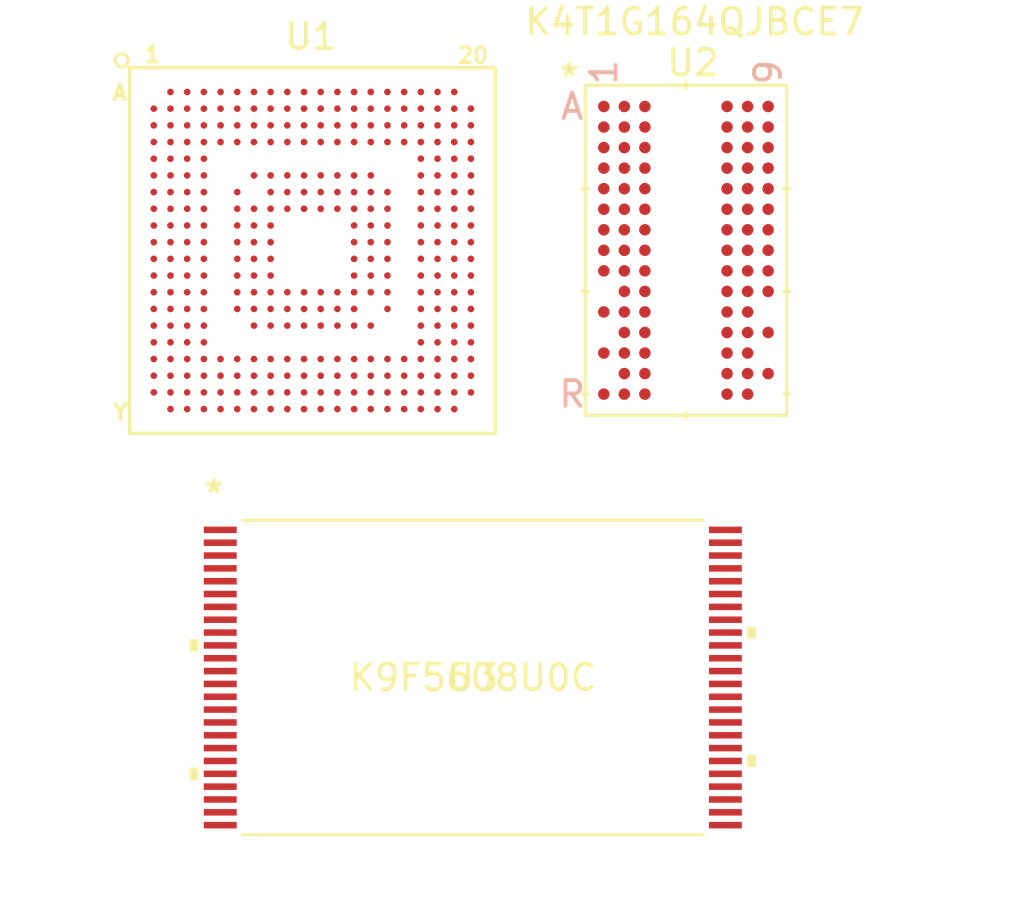
<source format=kicad_pcb>
(kicad_pcb (version 20211014) (generator pcbnew)
  (layers (0 "F.Cu" signal) (31 "B.Cu" signal) (34 "B.Paste" user) (35 "F.Paste" user) (36 "B.SilkS" user "B.Silkscreen") (37 "F.SilkS" user "F.Silkscreen") (38 "B.Mask" user) (39 "F.Mask" user) (44 "Edge.Cuts" user))
  (net 0 "")
  (footprint "jlywxy:K4T1G164QF-BCE7" (layer "F.Cu") (at 38.426136 24.045672)
    (fp_text reference "U2" (at 0.27 -7.3) (layer "F.SilkS"))
    (fp_text value "K4T1G164QJBCE7" (at 0.33 -8.9) (layer "F.SilkS"))
    (fp_text user "9" (at 3.2 -6.9342 90) (layer "B.SilkS"))
    (fp_text user "R" (at -4.4323 5.6007) (layer "B.SilkS"))
    (fp_text user "A" (at -4.4323 -5.6007) (layer "B.SilkS"))
    (fp_text user "1" (at -3.2 -6.9342 90) (layer "B.SilkS"))
    (fp_text user "A" (at -4.4323 -5.6007) (layer "F.SilkS"))
    (fp_text user "9" (at 3.2 -6.9342 90) (layer "F.SilkS"))
    (fp_text user "*" (at -4.55 -6.73) (layer "F.SilkS"))
    (fp_text user "1" (at -3.2 -6.9342 90) (layer "F.SilkS"))
    (fp_text user "R" (at -4.4323 5.6007) (layer "F.SilkS"))
    (fp_line (start 3.9243 -6.4262) (end -3.9243 -6.4262) (layer "F.SilkS") (width 0.12))
    (fp_line (start 3.9243 6.4262) (end 3.9243 -6.4262) (layer "F.SilkS") (width 0.12))
    (fp_line (start 0 -6.2992) (end 0 -6.5532) (layer "F.SilkS") (width 0.12))
    (fp_line (start -3.7973 1.6002) (end -4.0513 1.6002) (layer "F.SilkS") (width 0.12))
    (fp_line (start -3.9243 6.4262) (end 3.9243 6.4262) (layer "F.SilkS") (width 0.12))
    (fp_line (start -3.7973 -2.4003) (end -4.0513 -2.4003) (layer "F.SilkS") (width 0.12))
    (fp_line (start 3.7973 1.6002) (end 4.0513 1.6002) (layer "F.SilkS") (width 0.12))
    (fp_line (start 3.7973 5.6007) (end 4.0513 5.6007) (layer "F.SilkS") (width 0.12))
    (fp_line (start -3.9243 -6.4262) (end -3.9243 6.4262) (layer "F.SilkS") (width 0.12))
    (fp_line (start 0 6.2992) (end 0 6.5532) (layer "F.SilkS") (width 0.12))
    (fp_line (start 3.7973 -2.4003) (end 4.0513 -2.4003) (layer "F.SilkS") (width 0.12))
    (fp_line (start -3.7973 5.6007) (end -4.0513 5.6007) (layer "F.SilkS") (width 0.12))
    (pad "A1" smd circle (at -3.2 -5.6007) (size 0.45 0.45) (layers "F.Cu" "F.Paste" "F.Mask"))
    (pad "A2" smd circle (at -2.4 -5.6007) (size 0.45 0.45) (layers "F.Cu" "F.Paste" "F.Mask"))
    (pad "A3" smd circle (at -1.6 -5.6007) (size 0.45 0.45) (layers "F.Cu" "F.Paste" "F.Mask"))
    (pad "A7" smd circle (at 1.6 -5.6007) (size 0.45 0.45) (layers "F.Cu" "F.Paste" "F.Mask"))
    (pad "A8" smd circle (at 2.4 -5.6007) (size 0.45 0.45) (layers "F.Cu" "F.Paste" "F.Mask"))
    (pad "A9" smd circle (at 3.2 -5.6007) (size 0.45 0.45) (layers "F.Cu" "F.Paste" "F.Mask"))
    (pad "B1" smd circle (at -3.2 -4.8006) (size 0.45 0.45) (layers "F.Cu" "F.Paste" "F.Mask"))
    (pad "B2" smd circle (at -2.4 -4.8006) (size 0.45 0.45) (layers "F.Cu" "F.Paste" "F.Mask"))
    (pad "B3" smd circle (at -1.6 -4.8006) (size 0.45 0.45) (layers "F.Cu" "F.Paste" "F.Mask"))
    (pad "B7" smd circle (at 1.6 -4.8006) (size 0.45 0.45) (layers "F.Cu" "F.Paste" "F.Mask"))
    (pad "B8" smd circle (at 2.4 -4.8006) (size 0.45 0.45) (layers "F.Cu" "F.Paste" "F.Mask"))
    (pad "B9" smd circle (at 3.2 -4.8006) (size 0.45 0.45) (layers "F.Cu" "F.Paste" "F.Mask"))
    (pad "C1" smd circle (at -3.2 -4.0005) (size 0.45 0.45) (layers "F.Cu" "F.Paste" "F.Mask"))
    (pad "C2" smd circle (at -2.4 -4.0005) (size 0.45 0.45) (layers "F.Cu" "F.Paste" "F.Mask"))
    (pad "C3" smd circle (at -1.6 -4.0005) (size 0.45 0.45) (layers "F.Cu" "F.Paste" "F.Mask"))
    (pad "C7" smd circle (at 1.6 -4.0005) (size 0.45 0.45) (layers "F.Cu" "F.Paste" "F.Mask"))
    (pad "C8" smd circle (at 2.4 -4.0005) (size 0.45 0.45) (layers "F.Cu" "F.Paste" "F.Mask"))
    (pad "C9" smd circle (at 3.2 -4.0005) (size 0.45 0.45) (layers "F.Cu" "F.Paste" "F.Mask"))
    (pad "D1" smd circle (at -3.2 -3.2004) (size 0.45 0.45) (layers "F.Cu" "F.Paste" "F.Mask"))
    (pad "D2" smd circle (at -2.4 -3.2004) (size 0.45 0.45) (layers "F.Cu" "F.Paste" "F.Mask"))
    (pad "D3" smd circle (at -1.6 -3.2004) (size 0.45 0.45) (layers "F.Cu" "F.Paste" "F.Mask"))
    (pad "D7" smd circle (at 1.6 -3.2004) (size 0.45 0.45) (layers "F.Cu" "F.Paste" "F.Mask"))
    (pad "D8" smd circle (at 2.4 -3.2004) (size 0.45 0.45) (layers "F.Cu" "F.Paste" "F.Mask"))
    (pad "D9" smd circle (at 3.2 -3.2004) (size 0.45 0.45) (layers "F.Cu" "F.Paste" "F.Mask"))
    (pad "E1" smd circle (at -3.2 -2.4003) (size 0.45 0.45) (layers "F.Cu" "F.Paste" "F.Mask"))
    (pad "E2" smd circle (at -2.4 -2.4003) (size 0.45 0.45) (layers "F.Cu" "F.Paste" "F.Mask"))
    (pad "E3" smd circle (at -1.6 -2.4003) (size 0.45 0.45) (layers "F.Cu" "F.Paste" "F.Mask"))
    (pad "E7" smd circle (at 1.6 -2.4003) (size 0.45 0.45) (layers "F.Cu" "F.Paste" "F.Mask"))
    (pad "E8" smd circle (at 2.4 -2.4003) (size 0.45 0.45) (layers "F.Cu" "F.Paste" "F.Mask"))
    (pad "E9" smd circle (at 3.2 -2.4003) (size 0.45 0.45) (layers "F.Cu" "F.Paste" "F.Mask"))
    (pad "F1" smd circle (at -3.2 -1.6002) (size 0.45 0.45) (layers "F.Cu" "F.Paste" "F.Mask"))
    (pad "F2" smd circle (at -2.4 -1.6002) (size 0.45 0.45) (layers "F.Cu" "F.Paste" "F.Mask"))
    (pad "F3" smd circle (at -1.6 -1.6002) (size 0.45 0.45) (layers "F.Cu" "F.Paste" "F.Mask"))
    (pad "F7" smd circle (at 1.6 -1.6002) (size 0.45 0.45) (layers "F.Cu" "F.Paste" "F.Mask"))
    (pad "F8" smd circle (at 2.4 -1.6002) (size 0.45 0.45) (layers "F.Cu" "F.Paste" "F.Mask"))
    (pad "F9" smd circle (at 3.2 -1.6002) (size 0.45 0.45) (layers "F.Cu" "F.Paste" "F.Mask"))
    (pad "G1" smd circle (at -3.2 -0.8001) (size 0.45 0.45) (layers "F.Cu" "F.Paste" "F.Mask"))
    (pad "G2" smd circle (at -2.4 -0.8001) (size 0.45 0.45) (layers "F.Cu" "F.Paste" "F.Mask"))
    (pad "G3" smd circle (at -1.6 -0.8001) (size 0.45 0.45) (layers "F.Cu" "F.Paste" "F.Mask"))
    (pad "G7" smd circle (at 1.6 -0.8001) (size 0.45 0.45) (layers "F.Cu" "F.Paste" "F.Mask"))
    (pad "G8" smd circle (at 2.4 -0.8001) (size 0.45 0.45) (layers "F.Cu" "F.Paste" "F.Mask"))
    (pad "G9" smd circle (at 3.2 -0.8001) (size 0.45 0.45) (layers "F.Cu" "F.Paste" "F.Mask"))
    (pad "H1" smd circle (at -3.2 0) (size 0.45 0.45) (layers "F.Cu" "F.Paste" "F.Mask"))
    (pad "H2" smd circle (at -2.4 0) (size 0.45 0.45) (layers "F.Cu" "F.Paste" "F.Mask"))
    (pad "H3" smd circle (at -1.6 0) (size 0.45 0.45) (layers "F.Cu" "F.Paste" "F.Mask"))
    (pad "H7" smd circle (at 1.6 0) (size 0.45 0.45) (layers "F.Cu" "F.Paste" "F.Mask"))
    (pad "H8" smd circle (at 2.4 0) (size 0.45 0.45) (layers "F.Cu" "F.Paste" "F.Mask"))
    (pad "H9" smd circle (at 3.2 0) (size 0.45 0.45) (layers "F.Cu" "F.Paste" "F.Mask"))
    (pad "J1" smd circle (at -3.2 0.8001) (size 0.45 0.45) (layers "F.Cu" "F.Paste" "F.Mask"))
    (pad "J2" smd circle (at -2.4 0.8001) (size 0.45 0.45) (layers "F.Cu" "F.Paste" "F.Mask"))
    (pad "J3" smd circle (at -1.6 0.8001) (size 0.45 0.45) (layers "F.Cu" "F.Paste" "F.Mask"))
    (pad "J7" smd circle (at 1.6 0.8001) (size 0.45 0.45) (layers "F.Cu" "F.Paste" "F.Mask"))
    (pad "J8" smd circle (at 2.4 0.8001) (size 0.45 0.45) (layers "F.Cu" "F.Paste" "F.Mask"))
    (pad "J9" smd circle (at 3.2 0.8001) (size 0.45 0.45) (layers "F.Cu" "F.Paste" "F.Mask"))
    (pad "K2" smd circle (at -2.4 1.6002) (size 0.45 0.45) (layers "F.Cu" "F.Paste" "F.Mask"))
    (pad "K3" smd circle (at -1.6 1.6002) (size 0.45 0.45) (layers "F.Cu" "F.Paste" "F.Mask"))
    (pad "K7" smd circle (at 1.6 1.6002) (size 0.45 0.45) (layers "F.Cu" "F.Paste" "F.Mask"))
    (pad "K8" smd circle (at 2.4 1.6002) (size 0.45 0.45) (layers "F.Cu" "F.Paste" "F.Mask"))
    (pad "K9" smd circle (at 3.2 1.6002) (size 0.45 0.45) (layers "F.Cu" "F.Paste" "F.Mask"))
    (pad "L1" smd circle (at -3.2 2.4003) (size 0.45 0.45) (layers "F.Cu" "F.Paste" "F.Mask"))
    (pad "L2" smd circle (at -2.4 2.4003) (size 0.45 0.45) (layers "F.Cu" "F.Paste" "F.Mask"))
    (pad "L3" smd circle (at -1.6 2.4003) (size 0.45 0.45) (layers "F.Cu" "F.Paste" "F.Mask"))
    (pad "L7" smd circle (at 1.6 2.4003) (size 0.45 0.45) (layers "F.Cu" "F.Paste" "F.Mask"))
    (pad "L8" smd circle (at 2.4 2.4003) (size 0.45 0.45) (layers "F.Cu" "F.Paste" "F.Mask"))
    (pad "M2" smd circle (at -2.4 3.2004) (size 0.45 0.45) (layers "F.Cu" "F.Paste" "F.Mask"))
    (pad "M3" smd circle (at -1.6 3.2004) (size 0.45 0.45) (layers "F.Cu" "F.Paste" "F.Mask"))
    (pad "M7" smd circle (at 1.6 3.2004) (size 0.45 0.45) (layers "F.Cu" "F.Paste" "F.Mask"))
    (pad "M8" smd circle (at 2.4 3.2004) (size 0.45 0.45) (layers "F.Cu" "F.Paste" "F.Mask"))
    (pad "M9" smd circle (at 3.2 3.2004) (size 0.45 0.45) (layers "F.Cu" "F.Paste" "F.Mask"))
    (pad "N1" smd circle (at -3.2 4.0005) (size 0.45 0.45) (layers "F.Cu" "F.Paste" "F.Mask"))
    (pad "N2" smd circle (at -2.4 4.0005) (size 0.45 0.45) (layers "F.Cu" "F.Paste" "F.Mask"))
    (pad "N3" smd circle (at -1.6 4.0005) (size 0.45 0.45) (layers "F.Cu" "F.Paste" "F.Mask"))
    (pad "N7" smd circle (at 1.6 4.0005) (size 0.45 0.45) (layers "F.Cu" "F.Paste" "F.Mask"))
    (pad "N8" smd circle (at 2.4 4.0005) (size 0.45 0.45) (layers "F.Cu" "F.Paste" "F.Mask"))
    (pad "P2" smd circle (at -2.4 4.8006) (size 0.45 0.45) (layers "F.Cu" "F.Paste" "F.Mask"))
    (pad "P3" smd circle (at -1.6 4.8006) (size 0.45 0.45) (layers "F.Cu" "F.Paste" "F.Mask"))
    (pad "P7" smd circle (at 1.6 4.8006) (size 0.45 0.45) (layers "F.Cu" "F.Paste" "F.Mask"))
    (pad "P8" smd circle (at 2.4 4.8006) (size 0.45 0.45) (layers "F.Cu" "F.Paste" "F.Mask"))
    (pad "P9" smd circle (at 3.2 4.8006) (size 0.45 0.45) (layers "F.Cu" "F.Paste" "F.Mask"))
    (pad "R1" smd circle (at -3.2 5.6007) (size 0.45 0.45) (layers "F.Cu" "F.Paste" "F.Mask"))
    (pad "R2" smd circle (at -2.4 5.6007) (size 0.45 0.45) (layers "F.Cu" "F.Paste" "F.Mask"))
    (pad "R3" smd circle (at -1.6 5.6007) (size 0.45 0.45) (layers "F.Cu" "F.Paste" "F.Mask"))
    (pad "R7" smd circle (at 1.6 5.6007) (size 0.45 0.45) (layers "F.Cu" "F.Paste" "F.Mask"))
    (pad "R8" smd circle (at 2.4 5.6007) (size 0.45 0.45) (layers "F.Cu" "F.Paste" "F.Mask"))
  )
  (footprint "jlywxy:s3c2416" (layer "F.Cu") (at 23.876 24.0538)
    (fp_text reference "U1" (at -0.06 -8.34 unlocked) (layer "F.SilkS"))
    (fp_text value "s3c2416")
    (fp_text user "20" (at 6.26 -7.6 unlocked) (layer "F.SilkS") (effects (font (size 0.6 0.6) (thickness 0.125))))
    (fp_text user "A" (at -7.5 -6.15 unlocked) (layer "F.SilkS") (effects (font (size 0.6 0.6))))
    (fp_text user "Y" (at -7.48 6.29 unlocked) (layer "F.SilkS") (effects (font (size 0.6 0.6))))
    (fp_text user "1" (at -6.22 -7.63 unlocked) (layer "F.SilkS") (effects (font (size 0.6 0.6))))
    (fp_rect (start -7.12 -7.12) (end 7.12 7.12) (layer "F.SilkS") (width 0.13) (fill none))
    (fp_circle (center -7.42 -7.40368) (end -7.33 -7.64368) (layer "F.SilkS") (width 0.12) (fill none))
    (pad "A2" smd circle (at -5.525 -6.175) (size 0.258 0.258) (layers "F.Cu" "F.Paste" "F.Mask"))
    (pad "A3" smd circle (at -4.875 -6.175) (size 0.258 0.258) (layers "F.Cu" "F.Paste" "F.Mask"))
    (pad "A4" smd circle (at -4.225 -6.175) (size 0.258 0.258) (layers "F.Cu" "F.Paste" "F.Mask"))
    (pad "A5" smd circle (at -3.575 -6.175) (size 0.258 0.258) (layers "F.Cu" "F.Paste" "F.Mask"))
    (pad "A6" smd circle (at -2.925 -6.175) (size 0.258 0.258) (layers "F.Cu" "F.Paste" "F.Mask"))
    (pad "A7" smd circle (at -2.275 -6.175) (size 0.258 0.258) (layers "F.Cu" "F.Paste" "F.Mask"))
    (pad "A8" smd circle (at -1.625 -6.175) (size 0.258 0.258) (layers "F.Cu" "F.Paste" "F.Mask"))
    (pad "A9" smd circle (at -0.975 -6.175) (size 0.258 0.258) (layers "F.Cu" "F.Paste" "F.Mask"))
    (pad "A10" smd circle (at -0.325 -6.175 90) (size 0.258 0.258) (layers "F.Cu" "F.Paste" "F.Mask"))
    (pad "A11" smd circle (at 0.325 -6.175) (size 0.258 0.258) (layers "F.Cu" "F.Paste" "F.Mask"))
    (pad "A12" smd circle (at 0.975 -6.175) (size 0.258 0.258) (layers "F.Cu" "F.Paste" "F.Mask"))
    (pad "A13" smd circle (at 1.625 -6.175) (size 0.258 0.258) (layers "F.Cu" "F.Paste" "F.Mask"))
    (pad "A14" smd circle (at 2.275 -6.175) (size 0.258 0.258) (layers "F.Cu" "F.Paste" "F.Mask"))
    (pad "A15" smd circle (at 2.925 -6.175) (size 0.258 0.258) (layers "F.Cu" "F.Paste" "F.Mask"))
    (pad "A16" smd circle (at 3.575 -6.175) (size 0.258 0.258) (layers "F.Cu" "F.Paste" "F.Mask"))
    (pad "A17" smd circle (at 4.225 -6.175) (size 0.258 0.258) (layers "F.Cu" "F.Paste" "F.Mask"))
    (pad "A18" smd circle (at 4.875 -6.175) (size 0.258 0.258) (layers "F.Cu" "F.Paste" "F.Mask"))
    (pad "A19" smd circle (at 5.525 -6.175) (size 0.258 0.258) (layers "F.Cu" "F.Paste" "F.Mask"))
    (pad "B1" smd circle (at -6.175 -5.525) (size 0.258 0.258) (layers "F.Cu" "F.Paste" "F.Mask"))
    (pad "B2" smd circle (at -5.525 -5.525) (size 0.258 0.258) (layers "F.Cu" "F.Paste" "F.Mask"))
    (pad "B3" smd circle (at -4.875 -5.525) (size 0.258 0.258) (layers "F.Cu" "F.Paste" "F.Mask"))
    (pad "B4" smd circle (at -4.225 -5.525) (size 0.258 0.258) (layers "F.Cu" "F.Paste" "F.Mask"))
    (pad "B5" smd circle (at -3.575 -5.525) (size 0.258 0.258) (layers "F.Cu" "F.Paste" "F.Mask"))
    (pad "B6" smd circle (at -2.925 -5.525) (size 0.258 0.258) (layers "F.Cu" "F.Paste" "F.Mask"))
    (pad "B7" smd circle (at -2.275 -5.525) (size 0.258 0.258) (layers "F.Cu" "F.Paste" "F.Mask"))
    (pad "B8" smd circle (at -1.625 -5.525) (size 0.258 0.258) (layers "F.Cu" "F.Paste" "F.Mask"))
    (pad "B9" smd circle (at -0.975 -5.525) (size 0.258 0.258) (layers "F.Cu" "F.Paste" "F.Mask"))
    (pad "B10" smd circle (at -0.325 -5.525 90) (size 0.258 0.258) (layers "F.Cu" "F.Paste" "F.Mask"))
    (pad "B11" smd circle (at 0.325 -5.525) (size 0.258 0.258) (layers "F.Cu" "F.Paste" "F.Mask"))
    (pad "B12" smd circle (at 0.975 -5.525) (size 0.258 0.258) (layers "F.Cu" "F.Paste" "F.Mask"))
    (pad "B13" smd circle (at 1.625 -5.525) (size 0.258 0.258) (layers "F.Cu" "F.Paste" "F.Mask"))
    (pad "B14" smd circle (at 2.275 -5.525) (size 0.258 0.258) (layers "F.Cu" "F.Paste" "F.Mask"))
    (pad "B15" smd circle (at 2.925 -5.525) (size 0.258 0.258) (layers "F.Cu" "F.Paste" "F.Mask"))
    (pad "B16" smd circle (at 3.575 -5.525) (size 0.258 0.258) (layers "F.Cu" "F.Paste" "F.Mask"))
    (pad "B17" smd circle (at 4.225 -5.525) (size 0.258 0.258) (layers "F.Cu" "F.Paste" "F.Mask"))
    (pad "B18" smd circle (at 4.875 -5.525) (size 0.258 0.258) (layers "F.Cu" "F.Paste" "F.Mask"))
    (pad "B19" smd circle (at 5.525 -5.525) (size 0.258 0.258) (layers "F.Cu" "F.Paste" "F.Mask"))
    (pad "B20" smd circle (at 6.175 -5.525 90) (size 0.258 0.258) (layers "F.Cu" "F.Paste" "F.Mask"))
    (pad "C1" smd circle (at -6.175 -4.875) (size 0.258 0.258) (layers "F.Cu" "F.Paste" "F.Mask"))
    (pad "C2" smd circle (at -5.525 -4.875) (size 0.258 0.258) (layers "F.Cu" "F.Paste" "F.Mask"))
    (pad "C3" smd circle (at -4.875 -4.875) (size 0.258 0.258) (layers "F.Cu" "F.Paste" "F.Mask"))
    (pad "C4" smd circle (at -4.225 -4.875) (size 0.258 0.258) (layers "F.Cu" "F.Paste" "F.Mask"))
    (pad "C5" smd circle (at -3.575 -4.875) (size 0.258 0.258) (layers "F.Cu" "F.Paste" "F.Mask"))
    (pad "C6" smd circle (at -2.925 -4.875) (size 0.258 0.258) (layers "F.Cu" "F.Paste" "F.Mask"))
    (pad "C7" smd circle (at -2.275 -4.875) (size 0.258 0.258) (layers "F.Cu" "F.Paste" "F.Mask"))
    (pad "C8" smd circle (at -1.625 -4.875) (size 0.258 0.258) (layers "F.Cu" "F.Paste" "F.Mask"))
    (pad "C9" smd circle (at -0.975 -4.875) (size 0.258 0.258) (layers "F.Cu" "F.Paste" "F.Mask"))
    (pad "C10" smd circle (at -0.325 -4.875 90) (size 0.258 0.258) (layers "F.Cu" "F.Paste" "F.Mask"))
    (pad "C11" smd circle (at 0.325 -4.875) (size 0.258 0.258) (layers "F.Cu" "F.Paste" "F.Mask"))
    (pad "C12" smd circle (at 0.975 -4.875) (size 0.258 0.258) (layers "F.Cu" "F.Paste" "F.Mask"))
    (pad "C13" smd circle (at 1.625 -4.875) (size 0.258 0.258) (layers "F.Cu" "F.Paste" "F.Mask"))
    (pad "C14" smd circle (at 2.275 -4.875) (size 0.258 0.258) (layers "F.Cu" "F.Paste" "F.Mask"))
    (pad "C15" smd circle (at 2.925 -4.875) (size 0.258 0.258) (layers "F.Cu" "F.Paste" "F.Mask"))
    (pad "C16" smd circle (at 3.575 -4.875) (size 0.258 0.258) (layers "F.Cu" "F.Paste" "F.Mask"))
    (pad "C17" smd circle (at 4.225 -4.875) (size 0.258 0.258) (layers "F.Cu" "F.Paste" "F.Mask"))
    (pad "C18" smd circle (at 4.875 -4.875) (size 0.258 0.258) (layers "F.Cu" "F.Paste" "F.Mask"))
    (pad "C19" smd circle (at 5.525 -4.875) (size 0.258 0.258) (layers "F.Cu" "F.Paste" "F.Mask"))
    (pad "C20" smd circle (at 6.175 -4.875 90) (size 0.258 0.258) (layers "F.Cu" "F.Paste" "F.Mask"))
    (pad "D1" smd circle (at -6.175 -4.225) (size 0.258 0.258) (layers "F.Cu" "F.Paste" "F.Mask"))
    (pad "D2" smd circle (at -5.525 -4.225) (size 0.258 0.258) (layers "F.Cu" "F.Paste" "F.Mask"))
    (pad "D3" smd circle (at -4.875 -4.225) (size 0.258 0.258) (layers "F.Cu" "F.Paste" "F.Mask"))
    (pad "D4" smd circle (at -4.225 -4.225) (size 0.258 0.258) (layers "F.Cu" "F.Paste" "F.Mask"))
    (pad "D5" smd circle (at -3.575 -4.225) (size 0.258 0.258) (layers "F.Cu" "F.Paste" "F.Mask"))
    (pad "D6" smd circle (at -2.925 -4.225) (size 0.258 0.258) (layers "F.Cu" "F.Paste" "F.Mask"))
    (pad "D7" smd circle (at -2.275 -4.225) (size 0.258 0.258) (layers "F.Cu" "F.Paste" "F.Mask"))
    (pad "D8" smd circle (at -1.625 -4.225) (size 0.258 0.258) (layers "F.Cu" "F.Paste" "F.Mask"))
    (pad "D9" smd circle (at -0.975 -4.225) (size 0.258 0.258) (layers "F.Cu" "F.Paste" "F.Mask"))
    (pad "D10" smd circle (at -0.325 -4.225 90) (size 0.258 0.258) (layers "F.Cu" "F.Paste" "F.Mask"))
    (pad "D11" smd circle (at 0.325 -4.225) (size 0.258 0.258) (layers "F.Cu" "F.Paste" "F.Mask"))
    (pad "D12" smd circle (at 0.975 -4.225) (size 0.258 0.258) (layers "F.Cu" "F.Paste" "F.Mask"))
    (pad "D13" smd circle (at 1.625 -4.225) (size 0.258 0.258) (layers "F.Cu" "F.Paste" "F.Mask"))
    (pad "D14" smd circle (at 2.275 -4.225) (size 0.258 0.258) (layers "F.Cu" "F.Paste" "F.Mask"))
    (pad "D15" smd circle (at 2.925 -4.225) (size 0.258 0.258) (layers "F.Cu" "F.Paste" "F.Mask"))
    (pad "D16" smd circle (at 3.575 -4.225) (size 0.258 0.258) (layers "F.Cu" "F.Paste" "F.Mask"))
    (pad "D17" smd circle (at 4.225 -4.225) (size 0.258 0.258) (layers "F.Cu" "F.Paste" "F.Mask"))
    (pad "D18" smd circle (at 4.875 -4.225) (size 0.258 0.258) (layers "F.Cu" "F.Paste" "F.Mask"))
    (pad "D19" smd circle (at 5.525 -4.225) (size 0.258 0.258) (layers "F.Cu" "F.Paste" "F.Mask"))
    (pad "D20" smd circle (at 6.175 -4.225 90) (size 0.258 0.258) (layers "F.Cu" "F.Paste" "F.Mask"))
    (pad "E1" smd circle (at -6.175 -3.575) (size 0.258 0.258) (layers "F.Cu" "F.Paste" "F.Mask"))
    (pad "E2" smd circle (at -5.525 -3.575) (size 0.258 0.258) (layers "F.Cu" "F.Paste" "F.Mask"))
    (pad "E3" smd circle (at -4.875 -3.575) (size 0.258 0.258) (layers "F.Cu" "F.Paste" "F.Mask"))
    (pad "E4" smd circle (at -4.225 -3.575) (size 0.258 0.258) (layers "F.Cu" "F.Paste" "F.Mask"))
    (pad "E17" smd circle (at 4.225 -3.575) (size 0.258 0.258) (layers "F.Cu" "F.Paste" "F.Mask"))
    (pad "E18" smd circle (at 4.875 -3.575) (size 0.258 0.258) (layers "F.Cu" "F.Paste" "F.Mask"))
    (pad "E19" smd circle (at 5.525 -3.575) (size 0.258 0.258) (layers "F.Cu" "F.Paste" "F.Mask"))
    (pad "E20" smd circle (at 6.175 -3.575 90) (size 0.258 0.258) (layers "F.Cu" "F.Paste" "F.Mask"))
    (pad "F1" smd circle (at -6.175 -2.925) (size 0.258 0.258) (layers "F.Cu" "F.Paste" "F.Mask"))
    (pad "F2" smd circle (at -5.525 -2.925) (size 0.258 0.258) (layers "F.Cu" "F.Paste" "F.Mask"))
    (pad "F3" smd circle (at -4.875 -2.925) (size 0.258 0.258) (layers "F.Cu" "F.Paste" "F.Mask"))
    (pad "F4" smd circle (at -4.225 -2.925) (size 0.258 0.258) (layers "F.Cu" "F.Paste" "F.Mask"))
    (pad "F7" smd circle (at -2.275 -2.925) (size 0.258 0.258) (layers "F.Cu" "F.Paste" "F.Mask"))
    (pad "F8" smd circle (at -1.625 -2.925) (size 0.258 0.258) (layers "F.Cu" "F.Paste" "F.Mask"))
    (pad "F9" smd circle (at -0.975 -2.925) (size 0.258 0.258) (layers "F.Cu" "F.Paste" "F.Mask"))
    (pad "F10" smd circle (at -0.325 -2.925 90) (size 0.258 0.258) (layers "F.Cu" "F.Paste" "F.Mask"))
    (pad "F11" smd circle (at 0.325 -2.925) (size 0.258 0.258) (layers "F.Cu" "F.Paste" "F.Mask"))
    (pad "F12" smd circle (at 0.975 -2.925) (size 0.258 0.258) (layers "F.Cu" "F.Paste" "F.Mask"))
    (pad "F13" smd circle (at 1.625 -2.925) (size 0.258 0.258) (layers "F.Cu" "F.Paste" "F.Mask"))
    (pad "F14" smd circle (at 2.275 -2.925) (size 0.258 0.258) (layers "F.Cu" "F.Paste" "F.Mask"))
    (pad "F17" smd circle (at 4.225 -2.925) (size 0.258 0.258) (layers "F.Cu" "F.Paste" "F.Mask"))
    (pad "F18" smd circle (at 4.875 -2.925) (size 0.258 0.258) (layers "F.Cu" "F.Paste" "F.Mask"))
    (pad "F19" smd circle (at 5.525 -2.925) (size 0.258 0.258) (layers "F.Cu" "F.Paste" "F.Mask"))
    (pad "F20" smd circle (at 6.175 -2.925 90) (size 0.258 0.258) (layers "F.Cu" "F.Paste" "F.Mask"))
    (pad "G1" smd circle (at -6.175 -2.275) (size 0.258 0.258) (layers "F.Cu" "F.Paste" "F.Mask"))
    (pad "G2" smd circle (at -5.525 -2.275) (size 0.258 0.258) (layers "F.Cu" "F.Paste" "F.Mask"))
    (pad "G3" smd circle (at -4.875 -2.275) (size 0.258 0.258) (layers "F.Cu" "F.Paste" "F.Mask"))
    (pad "G4" smd circle (at -4.225 -2.275) (size 0.258 0.258) (layers "F.Cu" "F.Paste" "F.Mask"))
    (pad "G6" smd circle (at -2.925 -2.275) (size 0.258 0.258) (layers "F.Cu" "F.Paste" "F.Mask"))
    (pad "G8" smd circle (at -1.625 -2.275) (size 0.258 0.258) (layers "F.Cu" "F.Paste" "F.Mask"))
    (pad "G9" smd circle (at -0.975 -2.275) (size 0.258 0.258) (layers "F.Cu" "F.Paste" "F.Mask"))
    (pad "G10" smd circle (at -0.325 -2.275 90) (size 0.258 0.258) (layers "F.Cu" "F.Paste" "F.Mask"))
    (pad "G11" smd circle (at 0.325 -2.275) (size 0.258 0.258) (layers "F.Cu" "F.Paste" "F.Mask"))
    (pad "G12" smd circle (at 0.975 -2.275) (size 0.258 0.258) (layers "F.Cu" "F.Paste" "F.Mask"))
    (pad "G13" smd circle (at 1.625 -2.275) (size 0.258 0.258) (layers "F.Cu" "F.Paste" "F.Mask"))
    (pad "G14" smd circle (at 2.275 -2.275) (size 0.258 0.258) (layers "F.Cu" "F.Paste" "F.Mask"))
    (pad "G15" smd circle (at 2.925 -2.275) (size 0.258 0.258) (layers "F.Cu" "F.Paste" "F.Mask"))
    (pad "G17" smd circle (at 4.225 -2.275) (size 0.258 0.258) (layers "F.Cu" "F.Paste" "F.Mask"))
    (pad "G18" smd circle (at 4.875 -2.275) (size 0.258 0.258) (layers "F.Cu" "F.Paste" "F.Mask"))
    (pad "G19" smd circle (at 5.525 -2.275) (size 0.258 0.258) (layers "F.Cu" "F.Paste" "F.Mask"))
    (pad "G20" smd circle (at 6.175 -2.275 90) (size 0.258 0.258) (layers "F.Cu" "F.Paste" "F.Mask"))
    (pad "H1" smd circle (at -6.175 -1.625) (size 0.258 0.258) (layers "F.Cu" "F.Paste" "F.Mask"))
    (pad "H2" smd circle (at -5.525 -1.625) (size 0.258 0.258) (layers "F.Cu" "F.Paste" "F.Mask"))
    (pad "H3" smd circle (at -4.875 -1.625) (size 0.258 0.258) (layers "F.Cu" "F.Paste" "F.Mask"))
    (pad "H4" smd circle (at -4.225 -1.625) (size 0.258 0.258) (layers "F.Cu" "F.Paste" "F.Mask"))
    (pad "H6" smd circle (at -2.925 -1.625) (size 0.258 0.258) (layers "F.Cu" "F.Paste" "F.Mask"))
    (pad "H7" smd circle (at -2.275 -1.625) (size 0.258 0.258) (layers "F.Cu" "F.Paste" "F.Mask"))
    (pad "H8" smd circle (at -1.625 -1.625) (size 0.258 0.258) (layers "F.Cu" "F.Paste" "F.Mask"))
    (pad "H9" smd circle (at -0.975 -1.625) (size 0.258 0.258) (layers "F.Cu" "F.Paste" "F.Mask"))
    (pad "H10" smd circle (at -0.325 -1.625 90) (size 0.258 0.258) (layers "F.Cu" "F.Paste" "F.Mask"))
    (pad "H11" smd circle (at 0.325 -1.625) (size 0.258 0.258) (layers "F.Cu" "F.Paste" "F.Mask"))
    (pad "H12" smd circle (at 0.975 -1.625) (size 0.258 0.258) (layers "F.Cu" "F.Paste" "F.Mask"))
    (pad "H13" smd circle (at 1.625 -1.625) (size 0.258 0.258) (layers "F.Cu" "F.Paste" "F.Mask"))
    (pad "H14" smd circle (at 2.275 -1.625) (size 0.258 0.258) (layers "F.Cu" "F.Paste" "F.Mask"))
    (pad "H15" smd circle (at 2.925 -1.625) (size 0.258 0.258) (layers "F.Cu" "F.Paste" "F.Mask"))
    (pad "H17" smd circle (at 4.225 -1.625) (size 0.258 0.258) (layers "F.Cu" "F.Paste" "F.Mask"))
    (pad "H18" smd circle (at 4.875 -1.625) (size 0.258 0.258) (layers "F.Cu" "F.Paste" "F.Mask"))
    (pad "H19" smd circle (at 5.525 -1.625) (size 0.258 0.258) (layers "F.Cu" "F.Paste" "F.Mask"))
    (pad "H20" smd circle (at 6.175 -1.625 90) (size 0.258 0.258) (layers "F.Cu" "F.Paste" "F.Mask"))
    (pad "J1" smd circle (at -6.175 -0.975) (size 0.258 0.258) (layers "F.Cu" "F.Paste" "F.Mask"))
    (pad "J2" smd circle (at -5.525 -0.975) (size 0.258 0.258) (layers "F.Cu" "F.Paste" "F.Mask"))
    (pad "J3" smd circle (at -4.875 -0.975) (size 0.258 0.258) (layers "F.Cu" "F.Paste" "F.Mask"))
    (pad "J4" smd circle (at -4.225 -0.975) (size 0.258 0.258) (layers "F.Cu" "F.Paste" "F.Mask"))
    (pad "J6" smd circle (at -2.925 -0.975) (size 0.258 0.258) (layers "F.Cu" "F.Paste" "F.Mask"))
    (pad "J7" smd circle (at -2.275 -0.975) (size 0.258 0.258) (layers "F.Cu" "F.Paste" "F.Mask"))
    (pad "J8" smd circle (at -1.625 -0.975) (size 0.258 0.258) (layers "F.Cu" "F.Paste" "F.Mask"))
    (pad "J13" smd circle (at 1.625 -0.975) (size 0.258 0.258) (layers "F.Cu" "F.Paste" "F.Mask"))
    (pad "J14" smd circle (at 2.275 -0.975) (size 0.258 0.258) (layers "F.Cu" "F.Paste" "F.Mask"))
    (pad "J15" smd circle (at 2.925 -0.975) (size 0.258 0.258) (layers "F.Cu" "F.Paste" "F.Mask"))
    (pad "J17" smd circle (at 4.225 -0.975) (size 0.258 0.258) (layers "F.Cu" "F.Paste" "F.Mask"))
    (pad "J18" smd circle (at 4.875 -0.975) (size 0.258 0.258) (layers "F.Cu" "F.Paste" "F.Mask"))
    (pad "J19" smd circle (at 5.525 -0.975) (size 0.258 0.258) (layers "F.Cu" "F.Paste" "F.Mask"))
    (pad "J20" smd circle (at 6.175 -0.975 90) (size 0.258 0.258) (layers "F.Cu" "F.Paste" "F.Mask"))
    (pad "K1" smd circle (at -6.175 -0.325) (size 0.258 0.258) (layers "F.Cu" "F.Paste" "F.Mask"))
    (pad "K2" smd circle (at -5.525 -0.325) (size 0.258 0.258) (layers "F.Cu" "F.Paste" "F.Mask"))
    (pad "K3" smd circle (at -4.875 -0.325) (size 0.258 0.258) (layers "F.Cu" "F.Paste" "F.Mask"))
    (pad "K4" smd circle (at -4.225 -0.325) (size 0.258 0.258) (layers "F.Cu" "F.Paste" "F.Mask"))
    (pad "K6" smd circle (at -2.925 -0.325) (size 0.258 0.258) (layers "F.Cu" "F.Paste" "F.Mask"))
    (pad "K7" smd circle (at -2.275 -0.325) (size 0.258 0.258) (layers "F.Cu" "F.Paste" "F.Mask"))
    (pad "K8" smd circle (at -1.625 -0.325) (size 0.258 0.258) (layers "F.Cu" "F.Paste" "F.Mask"))
    (pad "K13" smd circle (at 1.625 -0.325) (size 0.258 0.258) (layers "F.Cu" "F.Paste" "F.Mask"))
    (pad "K14" smd circle (at 2.275 -0.325) (size 0.258 0.258) (layers "F.Cu" "F.Paste" "F.Mask"))
    (pad "K15" smd circle (at 2.925 -0.325) (size 0.258 0.258) (layers "F.Cu" "F.Paste" "F.Mask"))
    (pad "K17" smd circle (at 4.225 -0.325) (size 0.258 0.258) (layers "F.Cu" "F.Paste" "F.Mask"))
    (pad "K18" smd circle (at 4.875 -0.325) (size 0.258 0.258) (layers "F.Cu" "F.Paste" "F.Mask"))
    (pad "K19" smd circle (at 5.525 -0.325) (size 0.258 0.258) (layers "F.Cu" "F.Paste" "F.Mask"))
    (pad "K20" smd circle (at 6.175 -0.325 90) (size 0.258 0.258) (layers "F.Cu" "F.Paste" "F.Mask"))
    (pad "L1" smd circle (at -6.175 0.325) (size 0.258 0.258) (layers "F.Cu" "F.Paste" "F.Mask"))
    (pad "L2" smd circle (at -5.525 0.325) (size 0.258 0.258) (layers "F.Cu" "F.Paste" "F.Mask"))
    (pad "L3" smd circle (at -4.875 0.325) (size 0.258 0.258) (layers "F.Cu" "F.Paste" "F.Mask"))
    (pad "L4" smd circle (at -4.225 0.325) (size 0.258 0.258) (layers "F.Cu" "F.Paste" "F.Mask"))
    (pad "L6" smd circle (at -2.925 0.325) (size 0.258 0.258) (layers "F.Cu" "F.Paste" "F.Mask"))
    (pad "L7" smd circle (at -2.275 0.325) (size 0.258 0.258) (layers "F.Cu" "F.Paste" "F.Mask"))
    (pad "L8" smd circle (at -1.625 0.325) (size 0.258 0.258) (layers "F.Cu" "F.Paste" "F.Mask"))
    (pad "L13" smd circle (at 1.625 0.325) (size 0.258 0.258) (layers "F.Cu" "F.Paste" "F.Mask"))
    (pad "L14" smd circle (at 2.275 0.325) (size 0.258 0.258) (layers "F.Cu" "F.Paste" "F.Mask"))
    (pad "L15" smd circle (at 2.925 0.325) (size 0.258 0.258) (layers "F.Cu" "F.Paste" "F.Mask"))
    (pad "L17" smd circle (at 4.225 0.325) (size 0.258 0.258) (layers "F.Cu" "F.Paste" "F.Mask"))
    (pad "L18" smd circle (at 4.875 0.325) (size 0.258 0.258) (layers "F.Cu" "F.Paste" "F.Mask"))
    (pad "L19" smd circle (at 5.525 0.325) (size 0.258 0.258) (layers "F.Cu" "F.Paste" "F.Mask"))
    (pad "L20" smd circle (at 6.175 0.325 90) (size 0.258 0.258) (layers "F.Cu" "F.Paste" "F.Mask"))
    (pad "M1" smd circle (at -6.175 0.975) (size 0.258 0.258) (layers "F.Cu" "F.Paste" "F.Mask"))
    (pad "M2" smd circle (at -5.525 0.975) (size 0.258 0.258) (layers "F.Cu" "F.Paste" "F.Mask"))
    (pad "M3" smd circle (at -4.875 0.975) (size 0.258 0.258) (layers "F.Cu" "F.Paste" "F.Mask"))
    (pad "M4" smd circle (at -4.225 0.975) (size 0.258 0.258) (layers "F.Cu" "F.Paste" "F.Mask"))
    (pad "M6" smd circle (at -2.925 0.975) (size 0.258 0.258) (layers "F.Cu" "F.Paste" "F.Mask"))
    (pad "M7" smd circle (at -2.275 0.975) (size 0.258 0.258) (layers "F.Cu" "F.Paste" "F.Mask"))
    (pad "M8" smd circle (at -1.625 0.975) (size 0.258 0.258) (layers "F.Cu" "F.Paste" "F.Mask"))
    (pad "M13" smd circle (at 1.625 0.975) (size 0.258 0.258) (layers "F.Cu" "F.Paste" "F.Mask"))
    (pad "M14" smd circle (at 2.275 0.975) (size 0.258 0.258) (layers "F.Cu" "F.Paste" "F.Mask"))
    (pad "M15" smd circle (at 2.925 0.975) (size 0.258 0.258) (layers "F.Cu" "F.Paste" "F.Mask"))
    (pad "M17" smd circle (at 4.225 0.975) (size 0.258 0.258) (layers "F.Cu" "F.Paste" "F.Mask"))
    (pad "M18" smd circle (at 4.875 0.975) (size 0.258 0.258) (layers "F.Cu" "F.Paste" "F.Mask"))
    (pad "M19" smd circle (at 5.525 0.975) (size 0.258 0.258) (layers "F.Cu" "F.Paste" "F.Mask"))
    (pad "M20" smd circle (at 6.175 0.975 90) (size 0.258 0.258) (layers "F.Cu" "F.Paste" "F.Mask"))
    (pad "N1" smd circle (at -6.175 1.625) (size 0.258 0.258) (layers "F.Cu" "F.Paste" "F.Mask"))
    (pad "N2" smd circle (at -5.525 1.625) (size 0.258 0.258) (layers "F.Cu" "F.Paste" "F.Mask"))
    (pad "N3" smd circle (at -4.875 1.625) (size 0.258 0.258) (layers "F.Cu" "F.Paste" "F.Mask"))
    (pad "N4" smd circle (at -4.225 1.625) (size 0.258 0.258) (layers "F.Cu" "F.Paste" "F.Mask"))
    (pad "N6" smd circle (at -2.925 1.625) (size 0.258 0.258) (layers "F.Cu" "F.Paste" "F.Mask"))
    (pad "N7" smd circle (at -2.275 1.625) (size 0.258 0.258) (layers "F.Cu" "F.Paste" "F.Mask"))
    (pad "N8" smd circle (at -1.625 1.625) (size 0.258 0.258) (layers "F.Cu" "F.Paste" "F.Mask"))
    (pad "N9" smd circle (at -0.975 1.625) (size 0.258 0.258) (layers "F.Cu" "F.Paste" "F.Mask"))
    (pad "N10" smd circle (at -0.325 1.625 90) (size 0.258 0.258) (layers "F.Cu" "F.Paste" "F.Mask"))
    (pad "N11" smd circle (at 0.325 1.625) (size 0.258 0.258) (layers "F.Cu" "F.Paste" "F.Mask"))
    (pad "N12" smd circle (at 0.975 1.625) (size 0.258 0.258) (layers "F.Cu" "F.Paste" "F.Mask"))
    (pad "N13" smd circle (at 1.625 1.625) (size 0.258 0.258) (layers "F.Cu" "F.Paste" "F.Mask"))
    (pad "N14" smd circle (at 2.275 1.625) (size 0.258 0.258) (layers "F.Cu" "F.Paste" "F.Mask"))
    (pad "N15" smd circle (at 2.925 1.625) (size 0.258 0.258) (layers "F.Cu" "F.Paste" "F.Mask"))
    (pad "N17" smd circle (at 4.225 1.625) (size 0.258 0.258) (layers "F.Cu" "F.Paste" "F.Mask"))
    (pad "N18" smd circle (at 4.875 1.625) (size 0.258 0.258) (layers "F.Cu" "F.Paste" "F.Mask"))
    (pad "N19" smd circle (at 5.525 1.625) (size 0.258 0.258) (layers "F.Cu" "F.Paste" "F.Mask"))
    (pad "N20" smd circle (at 6.175 1.625 90) (size 0.258 0.258) (layers "F.Cu" "F.Paste" "F.Mask"))
    (pad "P1" smd circle (at -6.175 2.275) (size 0.258 0.258) (layers "F.Cu" "F.Paste" "F.Mask"))
    (pad "P2" smd circle (at -5.525 2.275) (size 0.258 0.258) (layers "F.Cu" "F.Paste" "F.Mask"))
    (pad "P3" smd circle (at -4.875 2.275) (size 0.258 0.258) (layers "F.Cu" "F.Paste" "F.Mask"))
    (pad "P4" smd circle (at -4.225 2.275) (size 0.258 0.258) (layers "F.Cu" "F.Paste" "F.Mask"))
    (pad "P6" smd circle (at -2.925 2.275) (size 0.258 0.258) (layers "F.Cu" "F.Paste" "F.Mask"))
    (pad "P7" smd circle (at -2.275 2.275) (size 0.258 0.258) (layers "F.Cu" "F.Paste" "F.Mask"))
    (pad "P8" smd circle (at -1.625 2.275) (size 0.258 0.258) (layers "F.Cu" "F.Paste" "F.Mask"))
    (pad "P9" smd circle (at -0.975 2.275) (size 0.258 0.258) (layers "F.Cu" "F.Paste" "F.Mask"))
    (pad "P10" smd circle (at -0.325 2.275 90) (size 0.258 0.258) (layers "F.Cu" "F.Paste" "F.Mask"))
    (pad "P11" smd circle (at 0.325 2.275) (size 0.258 0.258) (layers "F.Cu" "F.Paste" "F.Mask"))
    (pad "P12" smd circle (at 0.975 2.275) (size 0.258 0.258) (layers "F.Cu" "F.Paste" "F.Mask"))
    (pad "P13" smd circle (at 1.625 2.275) (size 0.258 0.258) (layers "F.Cu" "F.Paste" "F.Mask"))
    (pad "P15" smd circle (at 2.925 2.275) (size 0.258 0.258) (layers "F.Cu" "F.Paste" "F.Mask"))
    (pad "P17" smd circle (at 4.225 2.275) (size 0.258 0.258) (layers "F.Cu" "F.Paste" "F.Mask"))
    (pad "P18" smd circle (at 4.875 2.275) (size 0.258 0.258) (layers "F.Cu" "F.Paste" "F.Mask"))
    (pad "P19" smd circle (at 5.525 2.275) (size 0.258 0.258) (layers "F.Cu" "F.Paste" "F.Mask"))
    (pad "P20" smd circle (at 6.175 2.275 90) (size 0.258 0.258) (layers "F.Cu" "F.Paste" "F.Mask"))
    (pad "R1" smd circle (at -6.175 2.925) (size 0.258 0.258) (layers "F.Cu" "F.Paste" "F.Mask"))
    (pad "R2" smd circle (at -5.525 2.925 90) (size 0.258 0.258) (layers "F.Cu" "F.Paste" "F.Mask"))
    (pad "R3" smd circle (at -4.875 2.925) (size 0.258 0.258) (layers "F.Cu" "F.Paste" "F.Mask"))
    (pad "R4" smd circle (at -4.225 2.925) (size 0.258 0.258) (layers "F.Cu" "F.Paste" "F.Mask"))
    (pad "R7" smd circle (at -2.275 2.925) (size 0.258 0.258) (layers "F.Cu" "F.Paste" "F.Mask"))
    (pad "R8" smd circle (at -1.625 2.925) (size 0.258 0.258) (layers "F.Cu" "F.Paste" "F.Mask"))
    (pad "R9" smd circle (at -0.975 2.925) (size 0.258 0.258) (layers "F.Cu" "F.Paste" "F.Mask"))
    (pad "R10" smd circle (at -0.325 2.925 90) (size 0.258 0.258) (layers "F.Cu" "F.Paste" "F.Mask"))
    (pad "R11" smd circle (at 0.325 2.925) (size 0.258 0.258) (layers "F.Cu" "F.Paste" "F.Mask"))
    (pad "R12" smd circle (at 0.975 2.925) (size 0.258 0.258) (layers "F.Cu" "F.Paste" "F.Mask"))
    (pad "R13" smd circle (at 1.625 2.925) (size 0.258 0.258) (layers "F.Cu" "F.Paste" "F.Mask"))
    (pad "R14" smd circle (at 2.275 2.925) (size 0.258 0.258) (layers "F.Cu" "F.Paste" "F.Mask"))
    (pad "R17" smd circle (at 4.225 2.925) (size 0.258 0.258) (layers "F.Cu" "F.Paste" "F.Mask"))
    (pad "R18" smd circle (at 4.875 2.925) (size 0.258 0.258) (layers "F.Cu" "F.Paste" "F.Mask"))
    (pad "R19" smd circle (at 5.525 2.925) (size 0.258 0.258) (layers "F.Cu" "F.Paste" "F.Mask"))
    (pad "R20" smd circle (at 6.175 2.925 90) (size 0.258 0.258) (layers "F.Cu" "F.Paste" "F.Mask"))
    (pad "T1" smd circle (at -6.175 3.575) (size 0.258 0.258) (layers "F.Cu" "F.Paste" "F.Mask"))
    (pad "T2" smd circle (at -5.525 3.575) (size 0.258 0.258) (layers "F.Cu" "F.Paste" "F.Mask"))
    (pad "T3" smd circle (at -4.875 3.575) (size 0.258 0.258) (layers "F.Cu" "F.Paste" "F.Mask"))
    (pad "T4" smd circle (at -4.225 3.575) (size 0.258 0.258) (layers "F.Cu" "F.Paste" "F.Mask"))
    (pad "T17" smd circle (at 4.225 3.575 90) (size 0.258 0.258) (layers "F.Cu" "F.Paste" "F.Mask"))
    (pad "T18" smd circle (at 4.875 3.575) (size 0.258 0.258) (layers "F.Cu" "F.Paste" "F.Mask"))
    (pad "T19" smd circle (at 5.525 3.575) (size 0.258 0.258) (layers "F.Cu" "F.Paste" "F.Mask"))
    (pad "T20" smd circle (at 6.175 3.575 90) (size 0.258 0.258) (layers "F.Cu" "F.Paste" "F.Mask"))
    (pad "U1" smd circle (at -6.175 4.225) (size 0.258 0.258) (layers "F.Cu" "F.Paste" "F.Mask"))
    (pad "U2" smd circle (at -5.525 4.225) (size 0.258 0.258) (layers "F.Cu" "F.Paste" "F.Mask"))
    (pad "U3" smd circle (at -4.875 4.225) (size 0.258 0.258) (layers "F.Cu" "F.Paste" "F.Mask"))
    (pad "U4" smd circle (at -4.225 4.225) (size 0.258 0.258) (layers "F.Cu" "F.Paste" "F.Mask"))
    (pad "U5" smd circle (at -3.575 4.225) (size 0.258 0.258) (layers "F.Cu" "F.Paste" "F.Mask"))
    (pad "U6" smd circle (at -2.925 4.225) (size 0.258 0.258) (layers "F.Cu" "F.Paste" "F.Mask"))
    (pad "U7" smd circle (at -2.275 4.225) (size 0.258 0.258) (layers "F.Cu" "F.Paste" "F.Mask"))
    (pad "U8" smd circle (at -1.625 4.225) (size 0.258 0.258) (layers "F.Cu" "F.Paste" "F.Mask"))
    (pad "U9" smd circle (at -0.975 4.225) (size 0.258 0.258) (layers "F.Cu" "F.Paste" "F.Mask"))
    (pad "U10" smd circle (at -0.325 4.225 90) (size 0.258 0.258) (layers "F.Cu" "F.Paste" "F.Mask"))
    (pad "U11" smd circle (at 0.325 4.225) (size 0.258 0.258) (layers "F.Cu" "F.Paste" "F.Mask"))
    (pad "U12" smd circle (at 0.975 4.225) (size 0.258 0.258) (layers "F.Cu" "F.Paste" "F.Mask"))
    (pad "U13" smd circle (at 1.625 4.225) (size 0.258 0.258) (layers "F.Cu" "F.Paste" "F.Mask"))
    (pad "U14" smd circle (at 2.275 4.225) (size 0.258 0.258) (layers "F.Cu" "F.Paste" "F.Mask"))
    (pad "U15" smd circle (at 2.925 4.225) (size 0.258 0.258) (layers "F.Cu" "F.Paste" "F.Mask"))
    (pad "U16" smd circle (at 3.575 4.225) (size 0.258 0.258) (layers "F.Cu" "F.Paste" "F.Mask"))
    (pad "U17" smd circle (at 4.225 4.225) (size 0.258 0.258) (layers "F.Cu" "F.Paste" "F.Mask"))
    (pad "U18" smd circle (at 4.875 4.225) (size 0.258 0.258) (layers "F.Cu" "F.Paste" "F.Mask"))
    (pad "U19" smd circle (at 5.525 4.225) (size 0.258 0.258) (layers "F.Cu" "F.Paste" "F.Mask"))
    (pad "U20" smd circle (at 6.175 4.225 90) (size 0.258 0.258) (layers "F.Cu" "F.Paste" "F.Mask"))
    (pad "V1" smd circle (at -6.175 4.875) (size 0.258 0.258) (layers "F.Cu" "F.Paste" "F.Mask"))
    (pad "V2" smd circle (at -5.525 4.875) (size 0.258 0.258) (layers "F.Cu" "F.Paste" "F.Mask"))
    (pad "V3" smd circle (at -4.875 4.875) (size 0.258 0.258) (layers "F.Cu" "F.Paste" "F.Mask"))
    (pad "V4" smd circle (at -4.225 4.875) (size 0.258 0.258) (layers "F.Cu" "F.Paste" "F.Mask"))
    (pad "V5" smd circle (at -3.575 4.875) (size 0.258 0.258) (layers "F.Cu" "F.Paste" "F.Mask"))
    (pad "V6" smd circle (at -2.925 4.875) (size 0.258 0.258) (layers "F.Cu" "F.Paste" "F.Mask"))
    (pad "V7" smd circle (at -2.275 4.875) (size 0.258 0.258) (layers "F.Cu" "F.Paste" "F.Mask"))
    (pad "V8" smd circle (at -1.625 4.875) (size 0.258 0.258) (layers "F.Cu" "F.Paste" "F.Mask"))
    (pad "V9" smd circle (at -0.975 4.875) (size 0.258 0.258) (layers "F.Cu" "F.Paste" "F.Mask"))
    (pad "V10" smd circle (at -0.325 4.875 90) (size 0.258 0.258) (layers "F.Cu" "F.Paste" "F.Mask"))
    (pad "V11" smd circle (at 0.325 4.875) (size 0.258 0.258) (layers "F.Cu" "F.Paste" "F.Mask"))
    (pad "V12" smd circle (at 0.975 4.875) (size 0.258 0.258) (layers "F.Cu" "F.Paste" "F.Mask"))
    (pad "V13" smd circle (at 1.625 4.875) (size 0.258 0.258) (layers "F.Cu" "F.Paste" "F.Mask"))
    (pad "V14" smd circle (at 2.275 4.875) (size 0.258 0.258) (layers "F.Cu" "F.Paste" "F.Mask"))
    (pad "V15" smd circle (at 2.925 4.875) (size 0.258 0.258) (layers "F.Cu" "F.Paste" "F.Mask"))
    (pad "V16" smd circle (at 3.575 4.875) (size 0.258 0.258) (layers "F.Cu" "F.Paste" "F.Mask"))
    (pad "V17" smd circle (at 4.225 4.875) (size 0.258 0.258) (layers "F.Cu" "F.Paste" "F.Mask"))
    (pad "V18" smd circle (at 4.875 4.875) (size 0.258 0.258) (layers "F.Cu" "F.Paste" "F.Mask"))
    (pad "V19" smd circle (at 5.525 4.875) (size 0.258 0.258) (layers "F.Cu" "F.Paste" "F.Mask"))
    (pad "V20" smd circle (at 6.175 4.875 90) (size 0.258 0.258) (layers "F.Cu" "F.Paste" "F.Mask"))
    (pad "W1" smd circle (at -6.175 5.525) (size 0.258 0.258) (layers "F.Cu" "F.Paste" "F.Mask"))
    (pad "W2" smd circle (at -5.525 5.525) (size 0.258 0.258) (layers "F.Cu" "F.Paste" "F.Mask"))
    (pad "W3" smd circle (at -4.875 5.525) (size 0.258 0.258) (layers "F.Cu" "F.Paste" "F.Mask"))
    (pad "W4" smd circle (at -4.225 5.525) (size 0.258 0.258) (layers "F.Cu" "F.Paste" "F.Mask"))
    (pad "W5" smd circle (at -3.575 5.525) (size 0.258 0.258) (layers "F.Cu" "F.Paste" "F.Mask"))
    (pad "W6" smd circle (at -2.925 5.525) (size 0.258 0.258) (layers "F.Cu" "F.Paste" "F.Mask"))
    (pad "W7" smd circle (at -2.275 5.525) (size 0.258 0.258) (layers "F.Cu" "F.Paste" "F.Mask"))
    (pad "W8" smd circle (at -1.625 5.525) (size 0.258 0.258) (layers "F.Cu" "F.Paste" "F.Mask"))
    (pad "W9" smd circle (at -0.975 5.525) (size 0.258 0.258) (layers "F.Cu" "F.Paste" "F.Mask"))
    (pad "W10" smd circle (at -0.325 5.525 90) (size 0.258 0.258) (layers "F.Cu" "F.Paste" "F.Mask"))
    (pad "W11" smd circle (at 0.325 5.525) (size 0.258 0.258) (layers "F.Cu" "F.Paste" "F.Mask"))
    (pad "W12" smd circle (at 0.975 5.525) (size 0.258 0.258) (layers "F.Cu" "F.Paste" "F.Mask"))
    (pad "W13" smd circle (at 1.625 5.525) (size 0.258 0.258) (layers "F.Cu" "F.Paste" "F.Mask"))
    (pad "W14" smd circle (at 2.275 5.525) (size 0.258 0.258) (layers "F.Cu" "F.Paste" "F.Mask"))
    (pad "W15" smd circle (at 2.925 5.525) (size 0.258 0.258) (layers "F.Cu" "F.Paste" "F.Mask"))
    (pad "W16" smd circle (at 3.575 5.525) (size 0.258 0.258) (layers "F.Cu" "F.Paste" "F.Mask"))
    (pad "W17" smd circle (at 4.225 5.525) (size 0.258 0.258) (layers "F.Cu" "F.Paste" "F.Mask"))
    (pad "W18" smd circle (at 4.875 5.525) (size 0.258 0.258) (layers "F.Cu" "F.Paste" "F.Mask"))
    (pad "W19" smd circle (at 5.525 5.525) (size 0.258 0.258) (layers "F.Cu" "F.Paste" "F.Mask"))
    (pad "W20" smd circle (at 6.175 5.525 90) (size 0.258 0.258) (layers "F.Cu" "F.Paste" "F.Mask"))
    (pad "Y2" smd circle (at -5.525 6.175) (size 0.258 0.258) (layers "F.Cu" "F.Paste" "F.Mask"))
    (pad "Y3" smd circle (at -4.875 6.175) (size 0.258 0.258) (layers "F.Cu" "F.Paste" "F.Mask"))
    (pad "Y4" smd circle (at -4.225 6.175) (size 0.258 0.258) (layers "F.Cu" "F.Paste" "F.Mask"))
    (pad "Y5" smd circle (at -3.575 6.175) (size 0.258 0.258) (layers "F.Cu" "F.Paste" "F.Mask"))
    (pad "Y6" smd circle (at -2.925 6.175) (size 0.258 0.258) (layers "F.Cu" "F.Paste" "F.Mask"))
    (pad "Y7" smd circle (at -2.275 6.175) (size 0.258 0.258) (layers "F.Cu" "F.Paste" "F.Mask"))
    (pad "Y8" smd circle (at -1.625 6.175) (size 0.258 0.258) (layers "F.Cu" "F.Paste" "F.Mask"))
    (pad "Y9" smd circle (at -0.975 6.175) (size 0.258 0.258) (layers "F.Cu" "F.Paste" "F.Mask"))
    (pad "Y10" smd circle (at -0.325 6.175 90) (size 0.258 0.258) (layers "F.Cu" "F.Paste" "F.Mask"))
    (pad "Y11" smd circle (at 0.325 6.175) (size 0.258 0.258) (layers "F.Cu" "F.Paste" "F.Mask"))
    (pad "Y12" smd circle (at 0.975 6.175) (size 0.258 0.258) (layers "F.Cu" "F.Paste" "F.Mask"))
    (pad "Y13" smd circle (at 1.625 6.175) (size 0.258 0.258) (layers "F.Cu" "F.Paste" "F.Mask"))
    (pad "Y14" smd circle (at 2.275 6.175) (size 0.258 0.258) (layers "F.Cu" "F.Paste" "F.Mask"))
    (pad "Y15" smd circle (at 2.925 6.175) (size 0.258 0.258) (layers "F.Cu" "F.Paste" "F.Mask"))
    (pad "Y16" smd circle (at 3.575 6.175) (size 0.258 0.258) (layers "F.Cu" "F.Paste" "F.Mask"))
    (pad "Y17" smd circle (at 4.225 6.175) (size 0.258 0.258) (layers "F.Cu" "F.Paste" "F.Mask"))
    (pad "Y18" smd circle (at 4.875 6.175) (size 0.258 0.258) (layers "F.Cu" "F.Paste" "F.Mask"))
    (pad "Y19" smd circle (at 5.525 6.175) (size 0.258 0.258) (layers "F.Cu" "F.Paste" "F.Mask"))
  )
  (footprint "jlywxy:M29W640FB70N6E" (layer "F.Cu") (at 30.126051 40.682164)
    (fp_text reference "U3" (at 0 0) (layer "F.SilkS"))
    (fp_text value "K9F5608U0C" (at 0 0) (layer "F.SilkS"))
    (fp_text user "*" (at -10.09015 -7.147) (layer "F.SilkS"))
    (fp_text user "*" (at -10.09015 -7.147) (layer "F.SilkS"))
    (fp_line (start 8.969001 -6.1214) (end -8.969004 -6.1214) (layer "F.SilkS") (width 0.12))
    (fp_line (start -8.969001 6.1214) (end 8.969004 6.1214) (layer "F.SilkS") (width 0.12))
    (fp_poly (pts (xy -10.9855 -1.4405) (xy -10.9855 -1.0595) (xy -10.7315 -1.0595) (xy -10.7315 -1.4405)) (layer "F.SilkS") (width 0.1) (fill solid))
    (fp_poly (pts (xy 10.9855 -1.940502) (xy 10.9855 -1.559502) (xy 10.7315 -1.559502) (xy 10.7315 -1.940502)) (layer "F.SilkS") (width 0.1) (fill solid))
    (fp_poly (pts (xy 10.9855 3.059501) (xy 10.9855 3.440501) (xy 10.7315 3.440501) (xy 10.7315 3.059501)) (layer "F.SilkS") (width 0.1) (fill solid))
    (fp_poly (pts (xy -10.9855 3.5595) (xy -10.9855 3.9405) (xy -10.7315 3.9405) (xy -10.7315 3.5595)) (layer "F.SilkS") (width 0.1) (fill solid))
    (pad "1" smd rect (at -9.83615 -5.749999) (size 1.2827 0.254) (layers "F.Cu" "F.Paste" "F.Mask"))
    (pad "2" smd rect (at -9.83615 -5.25) (size 1.2827 0.254) (layers "F.Cu" "F.Paste" "F.Mask"))
    (pad "3" smd rect (at -9.83615 -4.750001) (size 1.2827 0.254) (layers "F.Cu" "F.Paste" "F.Mask"))
    (pad "4" smd rect (at -9.83615 -4.249999) (size 1.2827 0.254) (layers "F.Cu" "F.Paste" "F.Mask"))
    (pad "5" smd rect (at -9.83615 -3.75) (size 1.2827 0.254) (layers "F.Cu" "F.Paste" "F.Mask"))
    (pad "6" smd rect (at -9.83615 -3.250001) (size 1.2827 0.254) (layers "F.Cu" "F.Paste" "F.Mask"))
    (pad "7" smd rect (at -9.83615 -2.75) (size 1.2827 0.254) (layers "F.Cu" "F.Paste" "F.Mask"))
    (pad "8" smd rect (at -9.83615 -2.250001) (size 1.2827 0.254) (layers "F.Cu" "F.Paste" "F.Mask"))
    (pad "9" smd rect (at -9.83615 -1.749999) (size 1.2827 0.254) (layers "F.Cu" "F.Paste" "F.Mask"))
    (pad "10" smd rect (at -9.83615 -1.25) (size 1.2827 0.254) (layers "F.Cu" "F.Paste" "F.Mask"))
    (pad "11" smd rect (at -9.83615 -0.750001) (size 1.2827 0.254) (layers "F.Cu" "F.Paste" "F.Mask"))
    (pad "12" smd rect (at -9.83615 -0.25) (size 1.2827 0.254) (layers "F.Cu" "F.Paste" "F.Mask"))
    (pad "13" smd rect (at -9.83615 0.25) (size 1.2827 0.254) (layers "F.Cu" "F.Paste" "F.Mask"))
    (pad "14" smd rect (at -9.83615 0.750001) (size 1.2827 0.254) (layers "F.Cu" "F.Paste" "F.Mask"))
    (pad "15" smd rect (at -9.83615 1.25) (size 1.2827 0.254) (layers "F.Cu" "F.Paste" "F.Mask"))
    (pad "16" smd rect (at -9.83615 1.749999) (size 1.2827 0.254) (layers "F.Cu" "F.Paste" "F.Mask"))
    (pad "17" smd rect (at -9.83615 2.250001) (size 1.2827 0.254) (layers "F.Cu" "F.Paste" "F.Mask"))
    (pad "18" smd rect (at -9.83615 2.75) (size 1.2827 0.254) (layers "F.Cu" "F.Paste" "F.Mask"))
    (pad "19" smd rect (at -9.83615 3.250001) (size 1.2827 0.254) (layers "F.Cu" "F.Paste" "F.Mask"))
    (pad "20" smd rect (at -9.83615 3.75) (size 1.2827 0.254) (layers "F.Cu" "F.Paste" "F.Mask"))
    (pad "21" smd rect (at -9.83615 4.249999) (size 1.2827 0.254) (layers "F.Cu" "F.Paste" "F.Mask"))
    (pad "22" smd rect (at -9.83615 4.750001) (size 1.2827 0.254) (layers "F.Cu" "F.Paste" "F.Mask"))
    (pad "23" smd rect (at -9.83615 5.25) (size 1.2827 0.254) (layers "F.Cu" "F.Paste" "F.Mask"))
    (pad "24" smd rect (at -9.83615 5.750001) (size 1.2827 0.254) (layers "F.Cu" "F.Paste" "F.Mask"))
    (pad "25" smd rect (at 9.83615 5.749999) (size 1.2827 0.254) (layers "F.Cu" "F.Paste" "F.Mask"))
    (pad "26" smd rect (at 9.83615 5.25) (size 1.2827 0.254) (layers "F.Cu" "F.Paste" "F.Mask"))
    (pad "27" smd rect (at 9.83615 4.750001) (size 1.2827 0.254) (layers "F.Cu" "F.Paste" "F.Mask"))
    (pad "28" smd rect (at 9.83615 4.249999) (size 1.2827 0.254) (layers "F.Cu" "F.Paste" "F.Mask"))
    (pad "29" smd rect (at 9.83615 3.75) (size 1.2827 0.254) (layers "F.Cu" "F.Paste" "F.Mask"))
    (pad "30" smd rect (at 9.83615 3.249999) (size 1.2827 0.254) (layers "F.Cu" "F.Paste" "F.Mask"))
    (pad "31" smd rect (at 9.83615 2.75) (size 1.2827 0.254) (layers "F.Cu" "F.Paste" "F.Mask"))
    (pad "32" smd rect (at 9.83615 2.250001) (size 1.2827 0.254) (layers "F.Cu" "F.Paste" "F.Mask"))
    (pad "33" smd rect (at 9.83615 1.749999) (size 1.2827 0.254) (layers "F.Cu" "F.Paste" "F.Mask"))
    (pad "34" smd rect (at 9.83615 1.25) (size 1.2827 0.254) (layers "F.Cu" "F.Paste" "F.Mask"))
    (pad "35" smd rect (at 9.83615 0.749998) (size 1.2827 0.254) (layers "F.Cu" "F.Paste" "F.Mask"))
    (pad "36" smd rect (at 9.83615 0.25) (size 1.2827 0.254) (layers "F.Cu" "F.Paste" "F.Mask"))
    (pad "37" smd rect (at 9.83615 -0.25) (size 1.2827 0.254) (layers "F.Cu" "F.Paste" "F.Mask"))
    (pad "38" smd rect (at 9.83615 -0.750001) (size 1.2827 0.254) (layers "F.Cu" "F.Paste" "F.Mask"))
    (pad "39" smd rect (at 9.83615 -1.25) (size 1.2827 0.254) (layers "F.Cu" "F.Paste" "F.Mask"))
    (pad "40" smd rect (at 9.83615 -1.749999) (size 1.2827 0.254) (layers "F.Cu" "F.Paste" "F.Mask"))
    (pad "41" smd rect (at 9.83615 -2.250001) (size 1.2827 0.254) (layers "F.Cu" "F.Paste" "F.Mask"))
    (pad "42" smd rect (at 9.83615 -2.75) (size 1.2827 0.254) (layers "F.Cu" "F.Paste" "F.Mask"))
    (pad "43" smd rect (at 9.83615 -3.250001) (size 1.2827 0.254) (layers "F.Cu" "F.Paste" "F.Mask"))
    (pad "44" smd rect (at 9.83615 -3.75) (size 1.2827 0.254) (layers "F.Cu" "F.Paste" "F.Mask"))
    (pad "45" smd rect (at 9.83615 -4.249999) (size 1.2827 0.254) (layers "F.Cu" "F.Paste" "F.Mask"))
    (pad "46" smd rect (at 9.83615 -4.750001) (size 1.2827 0.254) (layers "F.Cu" "F.Paste" "F.Mask"))
    (pad "47" smd rect (at 9.83615 -5.25) (size 1.2827 0.254) (layers "F.Cu" "F.Paste" "F.Mask"))
    (pad "48" smd rect (at 9.83615 -5.750001) (size 1.2827 0.254) (layers "F.Cu" "F.Paste" "F.Mask"))
  )
)
</source>
